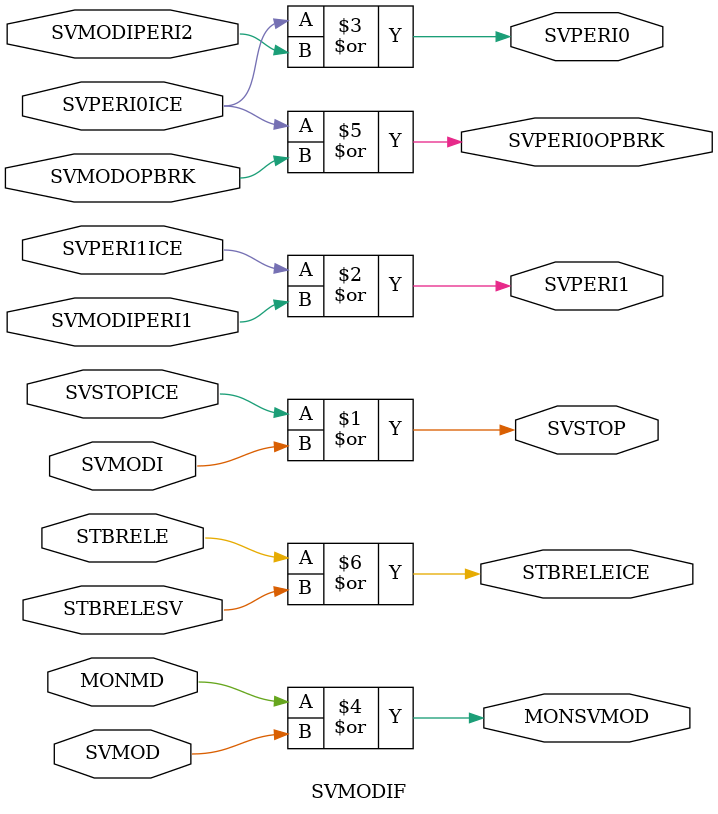
<source format=v>
/****************************************************************/
/* Date		: 2008/04/26					*/
/* Revision	: 1.00						*/
/* Designer	: T.Tsunoda					*/
/* Note		: OCDÌEmulationp				*/
/****************************************************************/
/* Date		: 2009/11/18					*/
/* Revision	: 1.01						*/
/* Designer	: T.Tsunoda					*/
/* Note		: SS3rdpÉÏX					*/
/*		: (1)DeviceÌ[q¼ÏXÉ¹Ä[q¼ðÏXB	*/
/*		: (2)STBRELESVÌEmulationðother_if©çÚÝB	*/
/****************************************************************/
/* Date		: 2010/10/20					*/
/* Revision	: 1.02						*/
/* Designer	: T.Tsunoda					*/
/* Note		: Open BreakðÇÁB				*/
/****************************************************************/
// $Id$

module SVMODIF (SVSTOPICE, SVPERI0ICE, SVPERI1ICE,
		SVMODI, SVMODIPERI1, SVMODIPERI2,
		SVSTOP, SVPERI0, SVPERI1,
		SVMODOPBRK, SVPERI0OPBRK,
		MONMD, SVMOD, MONSVMOD,
		STBRELE, STBRELESV, STBRELEICE,
);
		
	input	SVSTOPICE;	// OCDpÌSVSTOP                (from chip.ocd)
	input	SVPERI0ICE;	// OCDpÌSVPERI0(timern)      (from chip.ocd)
	input	SVPERI1ICE;	// OCDpÌSVPERI1(serialn)     (from chip.ocd)
	input	SVMODI;		// ICEpÌSVMOD                 (from ice.break)
	input	SVMODIPERI1;	// ICEpÌSVPERI1               (from ice.break)
	input	SVMODIPERI2;	// ICEpÌSVPERI0               (from ice.break)
	output	SVSTOP;		// ORãÌSVSTOP                 (to chip)
	output	SVPERI0;	// ORãÌSVPERI0                (to chip)
	output	SVPERI1;	// ORãÌSVPERI1                (to chip)
	input	MONMD;		// OCDj^M              (from chip.cpu)
	input	SVMOD;		// ICEÌSVMOD                   (from chip.cpu)
	output	MONSVMOD;	// OCDÌMONMODÉÚ±            (to chip.ocd)
	
	input	STBRELE;	// Standby ReleaseM          (from chip.int)
	input	STBRELESV;	// ICEpStandby ReleaseM     (from ice.break)
	output	STBRELEICE;	// ãStandby ReleaseM    (to chip.csc)
	input	SVMODOPBRK;	// Open Break SVMOD             (from ice.break)
	output	SVPERI0OPBRK;	// ORãÌSVMODOPBRK             (to chip)

	//
	// for OCD
	//
	assign	SVSTOP = SVSTOPICE | SVMODI;
	assign	SVPERI1 = SVPERI1ICE | SVMODIPERI1;
	assign	SVPERI0 = SVPERI0ICE | SVMODIPERI2;
	assign	MONSVMOD = MONMD | SVMOD;
	assign	SVPERI0OPBRK = SVPERI0ICE | SVMODOPBRK;
	
	//
	// for STBRELE
	//
	assign	STBRELEICE = STBRELE | STBRELESV;



endmodule


</source>
